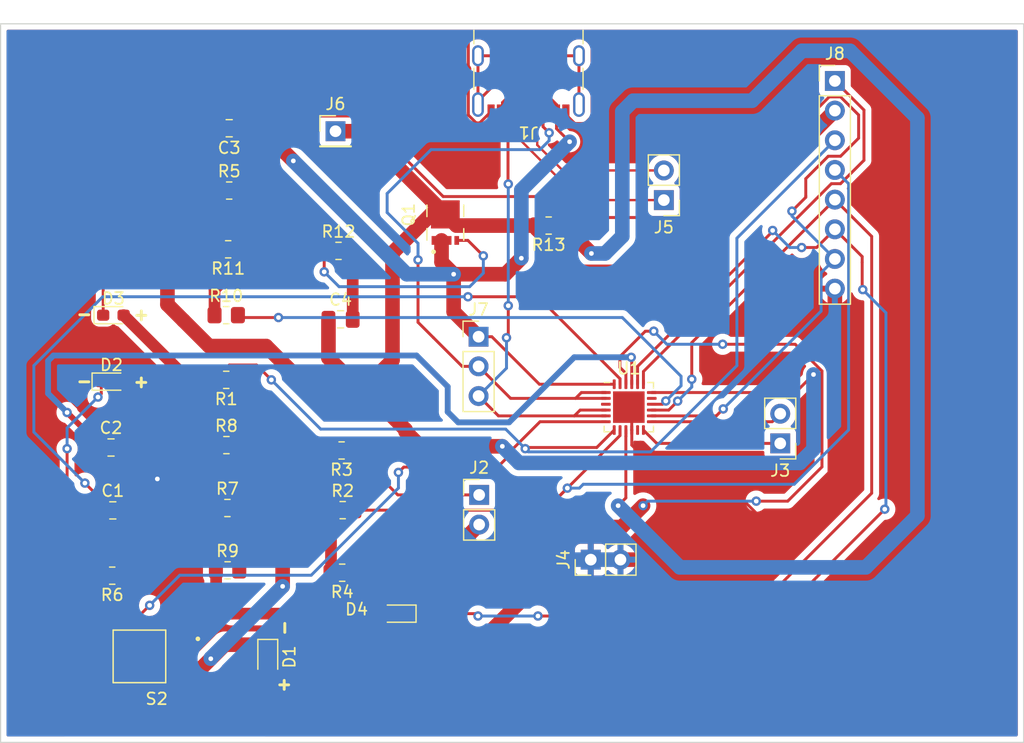
<source format=kicad_pcb>
(kicad_pcb (version 20211014) (generator pcbnew)
  (layers (0 "F.Cu" signal) (31 "B.Cu" signal) (34 "B.Paste" user) (35 "F.Paste" user) (36 "B.SilkS" user "B.Silkscreen") (37 "F.SilkS" user "F.Silkscreen") (38 "B.Mask" user) (39 "F.Mask" user) (44 "Edge.Cuts" user))
  (net 0 "")
  (net 1 "Net-(C1-Pad1)")
  (net 2 "GND")
  (net 3 "Net-(C2-Pad1)")
  (net 4 "Net-(C3-Pad1)")
  (net 5 "/VSNK_USBC")
  (net 6 "Net-(C4-Pad2)")
  (net 7 "/VDD_USBC")
  (net 8 "/POWER_OK2")
  (net 9 "Net-(D2-Pad2)")
  (net 10 "/POWER_OK3")
  (net 11 "Net-(D3-Pad2)")
  (net 12 "/GPIO")
  (net 13 "Net-(D4-Pad2)")
  (net 14 "Net-(J1-PadA5)")
  (net 15 "/D+")
  (net 16 "/D-")
  (net 18 "Net-(J1-PadB5)")
  (net 20 "unconnected-(J1-PadS1)")
  (net 21 "Net-(J2-Pad1)")
  (net 22 "Net-(J2-Pad2)")
  (net 23 "Net-(J3-Pad1)")
  (net 24 "Net-(J3-Pad2)")
  (net 25 "Net-(Q1-Pad4)")
  (net 26 "/USBC_SDA")
  (net 27 "/USBC_SCL")
  (net 28 "Net-(R5-Pad1)")
  (net 29 "Net-(R6-Pad2)")
  (net 30 "Net-(R10-Pad2)")
  (net 31 "Net-(R13-Pad1)")
  (net 35 "/alert")
  (footprint "Resistor_SMD:R_0805_2012Metric_Pad1.20x1.40mm_HandSolder" (layer "F.Cu") (at 140.8336 104.1908 180)
    (fp_text reference "R3")
    (fp_text value "100k")
  )
  (footprint "Capacitor_SMD:C_0805_2012Metric_Pad1.18x1.45mm_HandSolder" (layer "F.Cu") (at 131.2164 76.6064 180)
    (fp_text reference "C3")
    (fp_text value "1uF")
  )
  (footprint "Diode_SMD:D_SOD-323" (layer "F.Cu") (at 134.5184 121.8692 -90)
    (fp_text reference "D1")
    (fp_text value "BAT60A")
  )
  (footprint "Resistor_SMD:R_0805_2012Metric_Pad1.20x1.40mm_HandSolder" (layer "F.Cu") (at 158.5468 84.9376 180)
    (fp_text reference "R13")
    (fp_text value "1k")
  )
  (footprint "Resistor_SMD:R_0805_2012Metric_Pad1.20x1.40mm_HandSolder" (layer "F.Cu") (at 131.08 114.4524)
    (fp_text reference "R9")
    (fp_text value "1k")
  )
  (footprint "Resistor_SMD:R_0805_2012Metric_Pad1.20x1.40mm_HandSolder" (layer "F.Cu") (at 140.5685 87.1056)
    (fp_text reference "R12")
    (fp_text value "100")
  )
  (footprint "Resistor_SMD:R_0805_2012Metric_Pad1.20x1.40mm_HandSolder" (layer "F.Cu") (at 130.9624 98.1456 180)
    (fp_text reference "R1")
    (fp_text value "2.2k")
  )
  (footprint "LED_SMD:LED_0603_1608Metric_Pad1.05x0.95mm_HandSolder" (layer "F.Cu") (at 145.542 118.1608 180)
    (fp_text reference "D4")
    (fp_text value "LED")
  )
  (footprint "Connector_PinHeader_2.54mm:PinHeader_1x03_P2.54mm_Vertical" (layer "F.Cu") (at 152.5524 94.4522)
    (fp_text reference "J7")
    (fp_text value "Conn_01x03_Male")
  )
  (footprint "Connector_USB:USB_C_Receptacle_GCT_USB4105-xx-A_16P_TopMnt_Horizontal" (layer "F.Cu") (at 156.8196 71.4756 180)
    (fp_text reference "J1")
    (fp_text value "USB_C_Receptacle_USB2.0")
  )
  (footprint "Resistor_SMD:R_0805_2012Metric_Pad1.20x1.40mm_HandSolder" (layer "F.Cu") (at 121.2088 114.9096 180)
    (fp_text reference "R6")
    (fp_text value "100k")
  )
  (footprint "Resistor_SMD:R_0805_2012Metric_Pad1.20x1.40mm_HandSolder" (layer "F.Cu") (at 140.926 109.3008)
    (fp_text reference "R2")
    (fp_text value "2.2k")
  )
  (footprint "STL6P3LLH6:TRANS_STL6P3LLH6" (layer "F.Cu") (at 149.7076 84.6836 90)
    (fp_text reference "Q1")
    (fp_text value "STL6P3LLH6")
  )
  (footprint "LED_SMD:LED_0603_1608Metric_Pad1.05x0.95mm_HandSolder" (layer "F.Cu") (at 121.1466 98.298)
    (fp_text reference "D2")
    (fp_text value "LED")
  )
  (footprint "Resistor_SMD:R_0805_2012Metric_Pad1.20x1.40mm_HandSolder" (layer "F.Cu") (at 131.2164 81.9404)
    (fp_text reference "R5")
    (fp_text value "1k")
  )
  (footprint "Connector_PinHeader_2.54mm:PinHeader_1x02_P2.54mm_Vertical" (layer "F.Cu") (at 178.3588 103.5862 180)
    (fp_text reference "J3")
    (fp_text value "Conn_01x02_Male")
  )
  (footprint "Resistor_SMD:R_0805_2012Metric_Pad1.20x1.40mm_HandSolder" (layer "F.Cu") (at 131.064 109.1184)
    (fp_text reference "R7")
    (fp_text value "1k")
  )
  (footprint "Resistor_SMD:R_0805_2012Metric_Pad1.20x1.40mm_HandSolder" (layer "F.Cu") (at 140.8844 114.6556 180)
    (fp_text reference "R4")
    (fp_text value "100k")
  )
  (footprint "Resistor_SMD:R_0805_2012Metric_Pad1.20x1.40mm_HandSolder" (layer "F.Cu") (at 131.1308 86.9696 180)
    (fp_text reference "R11")
    (fp_text value "100k")
  )
  (footprint "Connector_PinHeader_2.54mm:PinHeader_1x02_P2.54mm_Vertical" (layer "F.Cu") (at 152.6032 107.9958)
    (fp_text reference "J2")
    (fp_text value "Conn_01x02_Male")
  )
  (footprint "Capacitor_SMD:C_0805_2012Metric_Pad1.18x1.45mm_HandSolder" (layer "F.Cu") (at 140.7453 92.964)
    (fp_text reference "C4")
    (fp_text value "0.1uF")
  )
  (footprint "Resistor_SMD:R_0805_2012Metric_Pad1.20x1.40mm_HandSolder" (layer "F.Cu") (at 130.9624 92.6084)
    (fp_text reference "R10")
    (fp_text value "22k")
  )
  (footprint "Connector_PinHeader_2.54mm:PinHeader_1x02_P2.54mm_Vertical" (layer "F.Cu") (at 168.402 82.7582 180)
    (fp_text reference "J5")
    (fp_text value "Conn_01x02_Male")
  )
  (footprint "Capacitor_SMD:C_0805_2012Metric_Pad1.18x1.45mm_HandSolder" (layer "F.Cu") (at 121.2596 109.3216)
    (fp_text reference "C1")
    (fp_text value "1uF")
  )
  (footprint "Connector_PinHeader_2.54mm:PinHeader_1x02_P2.54mm_Vertical" (layer "F.Cu") (at 162.1486 113.538 90)
    (fp_text reference "J4")
    (fp_text value "Conn_01x02_Male")
  )
  (footprint "Connector_PinHeader_2.54mm:PinHeader_1x01_P2.54mm_Vertical" (layer "F.Cu") (at 140.3096 76.8604)
    (fp_text reference "J6")
    (fp_text value "Conn_01x01_Female")
  )
  (footprint "TL3305AF160QG:SW_TL3305AF160QG" (layer "F.Cu") (at 123.5371 121.8184 180)
    (fp_text reference "S2")
    (fp_text value "TL3305AF160QG")
  )
  (footprint "LED_SMD:LED_0603_1608Metric_Pad1.05x0.95mm_HandSolder" (layer "F.Cu") (at 121.3104 92.6084)
    (fp_text reference "D3")
    (fp_text value "LED")
  )
  (footprint "Resistor_SMD:R_0805_2012Metric_Pad1.20x1.40mm_HandSolder" (layer "F.Cu") (at 130.9784 103.7336)
    (fp_text reference "R8")
    (fp_text value "1k")
  )
  (footprint "Connector_PinHeader_2.54mm:PinHeader_1x08_P2.54mm_Vertical" (layer "F.Cu") (at 183.0324 72.5574)
    (fp_text reference "J8")
    (fp_text value "Conn_01x08_Male")
  )
  (footprint "Capacitor_SMD:C_0805_2012Metric_Pad1.18x1.45mm_HandSolder" (layer "F.Cu") (at 121.1072 103.9368)
    (fp_text reference "C2")
    (fp_text value "1uF")
  )
  (footprint "Package_DFN_QFN:QFN-24-1EP_4x4mm_P0.5mm_EP2.7x2.7mm" (layer "F.Cu") (at 165.4048 100.4824)
    (fp_text reference "U1")
    (fp_text value "STUSB4500QTR")
  )
  (gr_rect (start 199.1868 67.6656) (end 111.6584 129.1844) (layer "Edge.Cuts") (width 0.1) (fill none))
  (gr_text "-" (at 118.8212 92.5068) (layer "F.SilkS") (effects (font (size 1 1) (thickness 0.25))))
  (gr_text "+" (at 123.698 92.5576) (layer "F.SilkS") (effects (font (size 1 1) (thickness 0.25))))
  (gr_text "+" (at 123.698 98.298) (layer "F.SilkS") (effects (font (size 1 1) (thickness 0.25))))
  (gr_text "+" (at 135.9916 124.2568 270) (layer "F.SilkS") (effects (font (size 1 1) (thickness 0.25))))
  (gr_text "-" (at 118.8212 98.2472) (layer "F.SilkS") (effects (font (size 1 1) (thickness 0.25))))
  (gr_text "-" (at 136.0424 119.38 270) (layer "F.SilkS") (effects (font (size 1 1) (thickness 0.25))))
  (segment (start 116.0272 113.5165) (end 120.2221 109.3216) (width 0.5) (layer "F.Cu") (net 1))
  (segment (start 118.872 106.9848) (end 120.2221 108.3349) (width 0.25) (layer "F.Cu") (net 1))
  (segment (start 157.6324 91.0336) (end 151.6433 91.0336) (width 0.25) (layer "F.Cu") (net 1))
  (segment (start 134.4844 122.9192) (end 130.6068 126.7968) (width 0.5) (layer "F.Cu") (net 1))
  (segment (start 164.6548 98.056) (end 157.6324 91.0336) (width 0.25) (layer "F.Cu") (net 1))
  (segment (start 134.5184 122.9192) (end 134.4844 122.9192) (width 0.5) (layer "F.Cu") (net 1))
  (segment (start 118.364 126.7968) (end 116.0272 124.46) (width 0.5) (layer "F.Cu") (net 1))
  (segment (start 120.2221 108.3349) (end 120.2221 109.3216) (width 0.25) (layer "F.Cu") (net 1))
  (segment (start 164.6548 98.5199) (end 164.6548 98.056) (width 0.25) (layer "F.Cu") (net 1))
  (segment (start 130.6068 126.7968) (end 118.364 126.7968) (width 0.5) (layer "F.Cu") (net 1))
  (segment (start 116.0272 124.46) (end 116.0272 113.5165) (width 0.5) (layer "F.Cu") (net 1))
  (via (at 118.872 106.9848) (size 0.8) (drill 0.4) (layers "F.Cu" "B.Cu") (net 1))
  (via (at 151.6433 91.0336) (size 0.8) (drill 0.4) (layers "F.Cu" "B.Cu") (net 1))
  (segment (start 114.5032 96.926028) (end 114.5032 100.9904) (width 0.25) (layer "B.Cu") (net 1))
  (segment (start 120.395628 91.0336) (end 114.5032 96.926028) (width 0.25) (layer "B.Cu") (net 1))
  (segment (start 114.5032 100.9904) (end 114.5032 102.616) (width 0.25) (layer "B.Cu") (net 1))
  (segment (start 151.6433 91.0336) (end 120.395628 91.0336) (width 0.25) (layer "B.Cu") (net 1))
  (segment (start 114.5032 102.616) (end 118.872 106.9848) (width 0.25) (layer "B.Cu") (net 1))
  (segment (start 160.782 76.2) (end 160.0196 75.4376) (width 0.25) (layer "F.Cu") (net 2))
  (segment (start 151.8412 68.7832) (end 162.2044 68.7832) (width 0.25) (layer "F.Cu") (net 2))
  (segment (start 151.6746 75.4746) (end 151.6746 68.9498) (width 0.25) (layer "F.Cu") (net 2))
  (segment (start 151.6746 68.9498) (end 151.8412 68.7832) (width 0.25) (layer "F.Cu") (net 2))
  (segment (start 162.2552 68.834) (end 162.2552 75.5904) (width 0.25) (layer "F.Cu") (net 2))
  (segment (start 125.0696 106.6292) (end 124.9895 106.6292) (width 1.25) (layer "F.Cu") (net 2))
  (segment (start 130.4036 76.3817) (end 130.4036 74.0156) (width 1) (layer "F.Cu") (net 2))
  (segment (start 152.3492 76.1492) (end 151.6746 75.4746) (width 0.25) (layer "F.Cu") (net 2))
  (segment (start 130.1789 76.6064) (end 130.4036 76.3817) (width 1) (layer "F.Cu") (net 2))
  (segment (start 117.348 88.392) (end 129.1336 76.6064) (width 1) (layer "F.Cu") (net 2))
  (segment (start 122.2971 114.8213) (end 122.2088 114.9096) (width 1) (layer "F.Cu") (net 2))
  (segment (start 167.0812 105.156) (end 171.9072 105.156) (width 0.25) (layer "F.Cu") (net 2))
  (segment (start 122.2971 109.3216) (end 122.2971 104.0892) (width 1) (layer "F.Cu") (net 2))
  (segment (start 122.2971 109.3216) (end 122.2971 114.8213) (width 1) (layer "F.Cu") (net 2))
  (segment (start 129.1336 76.6064) (end 130.1789 76.6064) (width 1) (layer "F.Cu") (net 2))
  (segment (start 153.6196 75.177326) (end 152.647726 76.1492) (width 0.25) (layer "F.Cu") (net 2))
  (segment (start 122.1447 103.855797) (end 117.348 99.059097) (width 1) (layer "F.Cu") (net 2))
  (segment (start 176.784 110.0328) (end 176.784 113.538) (width 0.25) (layer "F.Cu") (net 2))
  (segment (start 124.9895 106.6292) (end 122.2971 109.3216) (width 1.25) (layer "F.Cu") (net 2))
  (segment (start 183.0324 107.2896) (end 176.784 113.538) (width 1.25) (layer "F.Cu") (net 2))
  (segment (start 160.0196 75.4376) (end 160.0196 75.1556) (width 0.25) (layer "F.Cu") (net 2))
  (segment (start 165.6548 102.4449) (end 165.6588 102.4489) (width 0.25) (layer "F.Cu") (net 2))
  (segment (start 162.2552 75.5904) (end 161.6456 76.2) (width 0.25) (layer "F.Cu") (net 2))
  (segment (start 152.647726 76.1492) (end 152.3492 76.1492) (width 0.25) (layer "F.Cu") (net 2))
  (segment (start 122.2971 104.0892) (end 122.1447 103.9368) (width 1) (layer "F.Cu") (net 2))
  (segment (start 183.0324 90.3374) (end 183.0324 107.2896) (width 1.25) (layer "F.Cu") (net 2))
  (segment (start 165.6588 103.7336) (end 167.0812 105.156) (width 0.25) (layer "F.Cu") (net 2))
  (segment (start 130.4036 74.0156) (end 132.842 71.5772) (width 1) (layer "F.Cu") (net 2))
  (segment (start 165.6548 102.4449) (end 165.6548 100.7324) (width 0.25) (layer "F.Cu") (net 2))
  (segment (start 165.6548 100.7324) (end 165.4048 100.4824) (width 0.25) (layer "F.Cu") (net 2))
  (segment (start 161.6456 76.2) (end 160.782 76.2) (width 0.25) (layer "F.Cu") (net 2))
  (segment (start 165.6588 102.4489) (end 165.6588 103.7336) (width 0.25) (layer "F.Cu") (net 2))
  (segment (start 176.784 113.538) (end 164.6886 113.538) (width 1.25) (layer "F.Cu") (net 2))
  (segment (start 132.842 71.5772) (end 151.4348 71.5772) (width 1) (layer "F.Cu") (net 2))
  (segment (start 162.2044 68.7832) (end 162.2552 68.834) (width 0.25) (layer "F.Cu") (net 2))
  (segment (start 171.9072 105.156) (end 176.784 110.0328) (width 0.25) (layer "F.Cu") (net 2))
  (segment (start 122.1447 103.9368) (end 122.1447 103.855797) (width 1) (layer "F.Cu") (net 2))
  (segment (start 117.348 99.059097) (end 117.348 88.392) (width 1) (layer "F.Cu") (net 2))
  (segment (start 153.6196 75.1556) (end 153.6196 75.177326) (width 0.25) (layer "F.Cu") (net 2))
  (via (at 125.0696 106.6292) (size 0.8) (drill 0.4) (layers "F.Cu" "B.Cu") (net 2))
  (segment (start 153.236592 113.538) (end 149.4028 109.704208) (width 1.25) (layer "B.Cu") (net 2))
  (segment (start 162.1486 113.538) (end 153.236592 113.538) (width 1.25) (layer "B.Cu") (net 2))
  (segment (start 142.748 104.394) (end 127.3048 104.394) (width 1.25) (layer "B.Cu") (net 2))
  (segment (start 147.3708 104.394) (end 142.748 104.394) (width 1.25) (layer "B.Cu") (net 2))
  (segment (start 127.3048 104.394) (end 125.0696 106.6292) (width 1.25) (layer "B.Cu") (net 2))
  (segment (start 149.4028 106.426) (end 147.3708 104.394) (width 1.25) (layer "B.Cu") (net 2))
  (segment (start 149.4028 109.704208) (end 149.4028 106.426) (width 1.25) (layer "B.Cu") (net 2))
  (segment (start 162.1486 113.538) (end 164.6886 113.538) (width 1.25) (layer "B.Cu") (net 2))
  (segment (start 165.6548 98.5199) (end 165.6548 96.262) (width 0.25) (layer "F.Cu") (net 3))
  (segment (start 120.0697 103.6613) (end 117.348 100.9396) (width 0.5) (layer "F.Cu") (net 3))
  (segment (start 165.6548 96.262) (end 165.608 96.2152) (width 0.25) (layer "F.Cu") (net 3))
  (segment (start 120.0697 103.9368) (end 120.0697 103.6613) (width 0.5) (layer "F.Cu") (net 3))
  (via (at 165.608 96.2152) (size 0.8) (drill 0.4) (layers "F.Cu" "B.Cu") (net 3))
  (via (at 117.348 100.9396) (size 0.8) (drill 0.4) (layers "F.Cu" "B.Cu") (net 3))
  (segment (start 155.1594 101.787) (end 160.7312 96.2152) (width 0.5) (layer "B.Cu") (net 3))
  (segment (start 160.7312 96.2152) (end 165.608 96.2152) (width 0.5) (layer "B.Cu") (net 3))
  (segment (start 117.348 100.9396) (end 115.7224 99.314) (width 0.5) (layer "B.Cu") (net 3))
  (segment (start 149.9108 100.8888) (end 150.809 101.787) (width 0.5) (layer "B.Cu") (net 3))
  (segment (start 115.7224 96.52) (end 116.1796 96.0628) (width 0.5) (layer "B.Cu") (net 3))
  (segment (start 116.1796 96.0628) (end 147.244522 96.0628) (width 0.5) (layer "B.Cu") (net 3))
  (segment (start 150.809 101.787) (end 155.1594 101.787) (width 0.5) (layer "B.Cu") (net 3))
  (segment (start 147.244522 96.0628) (end 149.9108 98.729078) (width 0.5) (layer "B.Cu") (net 3))
  (segment (start 149.9108 98.729078) (end 149.9108 100.8888) (width 0.5) (layer "B.Cu") (net 3))
  (segment (start 115.7224 99.314) (end 115.7224 96.52) (width 0.5) (layer "B.Cu") (net 3))
  (segment (start 150.4188 89.1032) (end 154.8384 89.1032) (width 1.25) (layer "F.Cu") (net 4))
  (segment (start 154.4196 75.1556) (end 154.5946 74.9806) (width 0.25) (layer "F.Cu") (net 4))
  (segment (start 132.2539 76.6064) (end 133.9088 76.6064) (width 1.25) (layer "F.Cu") (net 4))
  (segment (start 158.494649 73.8556) (end 159.2196 74.580551) (width 0.25) (layer "F.Cu") (net 4))
  (segment (start 132.2539 76.6064) (end 132.2539 81.9029) (width 1.25) (layer "F.Cu") (net 4))
  (segment (start 150.4188 89.1032) (end 150.4188 92.3186) (width 1.25) (layer "F.Cu") (net 4))
  (segment (start 133.9088 76.6064) (end 136.7028 79.4004) (width 1.25) (layer "F.Cu") (net 4))
  (segment (start 132.2539 81.9029) (end 132.2164 81.9404) (width 1.25) (layer "F.Cu") (net 4))
  (segment (start 130.1308 86.826097) (end 130.1308 86.9696) (width 1) (layer "F.Cu") (net 4))
  (segment (start 159.2196 74.580551) (end 159.2196 75.1556) (width 0.25) (layer "F.Cu") (net 4))
  (segment (start 154.8384 89.1032) (end 156.21 87.7316) (width 1.25) (layer "F.Cu") (net 4))
  (segment (start 164.1548 98.5199) (end 157.7527 98.5199) (width 0.25) (layer "F.Cu") (net 4))
  (segment (start 159.2196 75.1556) (end 159.2196 76.641356) (width 0.25) (layer "F.Cu") (net 4))
  (segment (start 150.0326 86.2086) (end 149.3826 86.2086) (width 0.25) (layer "F.Cu") (net 4))
  (segment (start 132.2164 84.740497) (end 130.1308 86.826097) (width 1) (layer "F.Cu") (net 4))
  (segment (start 159.2196 76.641356) (end 160.338922 77.760678) (width 0.25) (layer "F.Cu") (net 4))
  (segment (start 157.7527 98.5199) (end 153.685 94.4522) (width 0.25) (layer "F.Cu") (net 4))
  (segment (start 132.2164 81.9404) (end 132.2164 84.740497) (width 1) (layer "F.Cu") (net 4))
  (segment (start 150.4188 92.3186) (end 152.5524 94.4522) (width 1.25) (layer "F.Cu") (net 4))
  (segment (start 149.3826 88.067) (end 150.4188 89.1032) (width 1.25) (layer "F.Cu") (net 4))
  (segment (start 153.685 94.4522) (end 152.5524 94.4522) (width 0.25) (layer "F.Cu") (net 4))
  (segment (start 155.144551 73.8556) (end 158.494649 73.8556) (width 0.25) (layer "F.Cu") (net 4))
  (segment (start 154.5946 74.9806) (end 154.5946 74.405551) (width 0.25) (layer "F.Cu") (net 4))
  (segment (start 148.7326 86.2086) (end 149.3826 86.2086) (width 0.25) (layer "F.Cu") (net 4))
  (segment (start 154.5946 74.405551) (end 155.144551 73.8556) (width 0.25) (layer "F.Cu") (net 4))
  (segment (start 149.3826 86.2086) (end 149.3826 88.067) (width 1.25) (layer "F.Cu") (net 4))
  (via (at 150.4188 89.1032) (size 0.8) (drill 0.4) (layers "F.Cu" "B.Cu") (net 4))
  (via (at 136.7028 79.4004) (size 0.8) (drill 0.4) (layers "F.Cu" "B.Cu") (net 4))
  (via (at 160.338922 77.760678) (size 0.8) (drill 0.4) (layers "F.Cu" "B.Cu") (net 4))
  (via (at 156.21 87.7316) (size 0.8) (drill 0.4) (layers "F.Cu" "B.Cu") (net 4))
  (segment (start 156.21 87.7316) (end 156.21 81.8896) (width 1.25) (layer "B.Cu") (net 4))
  (segment (start 136.7028 79.4004) (end 146.4056 89.1032) (width 1.25) (layer "B.Cu") (net 4))
  (segment (start 156.21 81.8896) (end 160.338922 77.760678) (width 1.25) (layer "B.Cu") (net 4))
  (segment (start 146.4056 89.1032) (end 150.4188 89.1032) (width 1.25) (layer "B.Cu") (net 4))
  (segment (start 145.1864 96.4692) (end 145.1864 87.2744) (width 1.25) (layer "F.Cu") (net 5))
  (segment (start 143.764 97.8916) (end 145.1864 96.4692) (width 1.25) (layer "F.Cu") (net 5))
  (segment (start 142.5844 76.8604) (end 149.7076 83.9836) (width 1.25) (layer "F.Cu") (net 5))
  (segment (start 139.7078 92.964) (end 139.7078 96.2738) (width 1.25) (layer "F.Cu") (net 5))
  (segment (start 150.6616 84.9376) (end 149.7076 83.9836) (width 1.25) (layer "F.Cu") (net 5))
  (segment (start 148.4772 83.9836) (end 149.7076 83.9836) (width 1.25) (layer "F.Cu") (net 5))
  (segment (start 169.2298 88.9) (end 183.0324 75.0974) (width 1.25) (layer "F.Cu") (net 5))
  (segment (start 157.5468 85.25788) (end 161.18892 88.9) (width 1.25) (layer "F.Cu") (net 5))
  (segment (start 157.5468 84.9376) (end 150.6616 84.9376) (width 1.25) (layer "F.Cu") (net 5))
  (segment (start 141.3256 97.8916) (end 143.764 97.8916) (width 1.25) (layer "F.Cu") (net 5))
  (segment (start 139.7078 96.2738) (end 141.3256 97.8916) (width 1.25) (layer "F.Cu") (net 5))
  (segment (start 140.3096 76.8604) (end 142.5844 76.8604) (width 1.25) (layer "F.Cu") (net 5))
  (segment (start 161.18892 88.9) (end 169.2298 88.9) (width 1.25) (layer "F.Cu") (net 5))
  (segment (start 145.1864 87.2744) (end 148.4772 83.9836) (width 1.25) (layer "F.Cu") (net 5))
  (segment (start 157.5468 84.9376) (end 157.5468 85.25788) (width 1.25) (layer "F.Cu") (net 5))
  (segment (start 141.7828 92.964) (end 141.7828 87.3199) (width 1) (layer "F.Cu") (net 6))
  (segment (start 141.7828 87.3199) (end 141.5685 87.1056) (width 1) (layer "F.Cu") (net 6))
  (segment (start 135.7884 112.8428) (end 132.064 109.1184) (width 1.25) (layer "F.Cu") (net 7))
  (segment (start 127.1371 123.3184) (end 128.3448 123.3184) (width 1.25) (layer "F.Cu") (net 7))
  (segment (start 157.0228 116.2304) (end 157.0228 112.776) (width 1.25) (layer "F.Cu") (net 7))
  (segment (start 139.926 109.3008) (end 139.926 114.614) (width 1) (layer "F.Cu") (net 7))
  (segment (start 139.8336 104.2532) (end 137.356 106.7308) (width 1) (layer "F.Cu") (net 7))
  (segment (start 178.998099 108.529901) (end 176.305699 108.529901) (width 0.25) (layer "F.Cu") (net 7))
  (segment (start 131.9784 106.7308) (end 131.9784 109.0328) (width 1) (layer "F.Cu") (net 7))
  (segment (start 166.817895 93.98) (end 164.6428 96.155095) (width 0.25) (layer "F.Cu") (net 7))
  (segment (start 132.064 109.1184) (end 132.064 114.4364) (width 1) (layer "F.Cu") (net 7))
  (segment (start 131.9784 103.7336) (end 131.9784 98.1616) (width 1) (layer "F.Cu") (net 7))
  (segment (start 173.4312 95.0976) (end 179.638105 95.0976) (width 0.25) (layer "F.Cu") (net 7))
  (segment (start 145.820202 120.8532) (end 152.4 120.8532) (width 1.25) (layer "F.Cu") (net 7))
  (segment (start 119.9371 123.3184) (end 127.1371 123.3184) (width 1.25) (layer "F.Cu") (net 7))
  (segment (start 131.9784 106.7308) (end 137.356 106.7308) (width 1) (layer "F.Cu") (net 7))
  (segment (start 179.07 108.458) (end 178.998099 108.529901) (width 0.25) (layer "F.Cu") (net 7))
  (segment (start 128.3448 123.3184) (end 129.6416 122.0216) (width 1.25) (layer "F.Cu") (net 7))
  (segment (start 165.1548 97.5908) (end 165.1548 98.5199) (width 0.25) (layer "F.Cu") (net 7))
  (segment (start 164.6428 97.0788) (end 165.1548 97.5908) (width 0.25) (layer "F.Cu") (net 7))
  (segment (start 135.7884 115.824) (end 135.7884 112.8428) (width 1.25) (layer "F.Cu") (net 7))
  (segment (start 131.9784 103.7336) (end 131.9784 106.7308) (width 1) (layer "F.Cu") (net 7))
  (segment (start 164.7952 110.744) (end 166.624 108.9152) (width 1.25) (layer "F.Cu") (net 7))
  (segment (start 181.9286 97.388095) (end 181.9286 105.5994) (width 0.25) (layer "F.Cu") (net 7))
  (segment (start 134.5184 120.8192) (end 130.844 120.8192) (width 1.25) (layer "F.Cu") (net 7))
  (segment (start 167.5384 93.98) (end 166.817895 93.98) (width 0.25) (layer "F.Cu") (net 7))
  (segment (start 134.5184 120.8192) (end 145.786202 120.8192) (width 1.25) (layer "F.Cu") (net 7))
  (segment (start 181.9286 105.5994) (end 179.07 108.458) (width 0.25) (layer "F.Cu") (net 7))
  (segment (start 132.064 114.4364) (end 132.08 114.4524) (width 1) (layer "F.Cu") (net 7))
  (segment (start 130.844 120.8192) (end 129.6416 122.0216) (width 1.25) (layer "F.Cu") (net 7))
  (segment (start 139.8336 104.1908) (end 139.8336 104.2532) (width 1) (layer "F.Cu") (net 7))
  (segment (start 145.786202 120.8192) (end 145.820202 120.8532) (width 1.25) (layer "F.Cu") (net 7))
  (segment (start 179.638105 95.0976) (end 181.9286 97.388095) (width 0.25) (layer "F.Cu") (net 7))
  (segment (start 131.9784 98.1616) (end 131.9624 98.1456) (width 1) (layer "F.Cu") (net 7))
  (segment (start 139.926 114.614) (end 139.8844 114.6556) (width 1) (layer "F.Cu") (net 7))
  (segment (start 131.9784 109.0328) (end 132.064 109.1184) (width 1) (layer "F.Cu") (net 7))
  (segment (start 159.0548 110.744) (end 164.7952 110.744) (width 1.25) (layer "F.Cu") (net 7))
  (segment (start 157.0228 112.776) (end 159.0548 110.744) (width 1.25) (layer "F.Cu") (net 7))
  (segment (start 152.4 120.8532) (end 157.0228 116.2304) (width 1.25) (layer "F.Cu") (net 7))
  (segment (start 137.356 106.7308) (end 139.926 109.3008) (width 1) (layer "F.Cu") (net 7))
  (segment (start 164.6428 96.155095) (end 164.6428 97.0788) (width 0.25) (layer "F.Cu") (net 7))
  (via (at 166.624 108.9152) (size 0.8) (drill 0.4) (layers "F.Cu" "B.Cu") (net 7))
  (via (at 176.305699 108.529901) (size 0.8) (drill 0.4) (layers "F.Cu" "B.Cu") (net 7))
  (via (at 129.6416 122.0216) (size 0.8) (drill 0.4) (layers "F.Cu" "B.Cu") (net 7))
  (via (at 135.7884 115.824) (size 0.8) (drill 0.4) (layers "F.Cu" "B.Cu") (net 7))
  (via (at 173.4312 95.0976) (size 0.8) (drill 0.4) (layers "F.Cu" "B.Cu") (net 7))
  (via (at 167.5384 93.98) (size 0.8) (drill 0.4) (layers "F.Cu" "B.Cu") (net 7))
  (segment (start 167.5384 93.98) (end 168.656 95.0976) (width 0.25) (layer "B.Cu") (net 7))
  (segment (start 129.6416 122.0216) (end 129.6416 121.9708) (width 1.25) (layer "B.Cu") (net 7))
  (segment (start 129.6416 121.9708) (end 135.7884 115.824) (width 1.25) (layer "B.Cu") (net 7))
  (segment (start 176.305699 108.529901) (end 167.009299 108.529901) (width 0.25) (layer "B.Cu") (net 7))
  (segment (start 168.656 95.0976) (end 173.4312 95.0976) (width 0.25) (layer "B.Cu") (net 7))
  (segment (start 167.009299 108.529901) (end 166.624 108.9152) (width 0.25) (layer "B.Cu") (net 7))
  (segment (start 117.8052 128.2192) (end 133.604 128.2192) (width 0.25) (layer "F.Cu") (net 8))
  (segment (start 172.7708 122.6312) (end 173.8884 122.6312) (width 0.25) (layer "F.Cu") (net 8))
  (segment (start 120.2716 99.3368) (end 119.9896 99.6188) (width 0.25) (layer "F.Cu") (net 8))
  (segment (start 133.858 127.9652) (end 139.192 122.6312) (width 0.25) (layer "F.Cu") (net 8))
  (segment (start 185.3692 88.0872) (end 185.3692 90.3732) (width 0.25) (layer "F.Cu") (net 8))
  (segment (start 166.1548 98.5199) (end 166.1548 96.9892) (width 0.25) (layer "F.Cu") (net 8))
  (segment (start 114.7572 125.1712) (end 117.8052 128.2192) (width 0.25) (layer "F.Cu") (net 8))
  (segment (start 120.2716 98.298) (end 120.2716 99.3368) (width 0.25) (layer "F.Cu") (net 8))
  (segment (start 114.7572 124.5108) (end 114.7572 125.1712) (width 0.25) (layer "F.Cu") (net 8))
  (segment (start 133.604 128.2192) (end 133.858 127.9652) (width 0.25) (layer "F.Cu") (net 8))
  (segment (start 117.348 109.8804) (end 115.3668 111.8616) (width 0.25) (layer "F.Cu") (net 8))
  (segment (start 183.0324 85.2574) (end 185.3692 87.5942) (width 0.25) (layer "F.Cu") (net 8))
  (segment (start 181.4726 86.8172) (end 183.0324 85.2574) (width 0.25) (layer "F.Cu") (net 8))
  (segment (start 117.348 104.0384) (end 117.348 109.8804) (width 0.25) (layer "F.Cu") (net 8))
  (segment (start 177.70895 85.43505) (end 177.70895 85.35455) (width 0.25) (layer "F.Cu") (net 8))
  (segment (start 114.7572 112.4712) (end 114.7572 124.5108) (width 0.25) (layer "F.Cu") (net 8))
  (segment (start 139.192 122.6312) (end 172.7708 122.6312) (width 0.25) (layer "F.Cu") (net 8))
  (segment (start 171.6532 91.4908) (end 177.70895 85.43505) (width 0.25) (layer "F.Cu") (net 8))
  (segment (start 115.3668 111.8616) (end 114.7572 112.4712) (width 0.25) (layer "F.Cu") (net 8))
  (segment (start 180.1876 86.8172) (end 181.4726 86.8172) (width 0.25) (layer "F.Cu") (net 8))
  (segment (start 173.8884 122.6312) (end 187.2996 109.22) (width 0.25) (layer "F.Cu") (net 8))
  (segment (start 185.3692 90.3732) (end 185.42 90.424) (width 0.25) (layer "F.Cu") (net 8))
  (segment (start 166.1548 96.9892) (end 171.6532 91.4908) (width 0.25) (layer "F.Cu") (net 8))
  (segment (start 185.3692 87.5942) (end 185.3692 88.0872) (width 0.25) (layer "F.Cu") (net 8))
  (via (at 119.9896 99.6188) (size 0.8) (drill 0.4) (layers "F.Cu" "B.Cu") (net 8))
  (via (at 117.348 104.0384) (size 0.8) (drill 0.4) (layers "F.Cu" "B.Cu") (net 8))
  (via (at 180.1876 86.8172) (size 0.8) (drill 0.4) (layers "F.Cu" "B.Cu") (net 8))
  (via (at 185.42 90.424) (size 0.8) (drill 0.4) (layers "F.Cu" "B.Cu") (net 8))
  (via (at 187.2996 109.22) (size 0.8) (drill 0.4) (layers "F.Cu" "B.Cu") (net 8))
  (via (at 177.70895 85.35455) (size 0.8) (drill 0.4) (layers "F.Cu" "B.Cu") (net 8))
  (segment (start 179.1716 86.8172) (end 180.1876 86.8172) (width 0.25) (layer "B.Cu") (net 8))
  (segment (start 185.42 90.424) (end 187.4012 92.4052) (width 0.25) (layer "B.Cu") (net 8))
  (segment (start 117.348 102.2604) (end 117.348 104.0384) (width 0.25) (layer "B.Cu") (net 8))
  (segment (start 187.4012 92.4052) (end 187.4012 109.1184) (width 0.25) (layer "B.Cu") (net 8))
  (segment (start 187.4012 109.1184) (end 187.2996 109.22) (width 0.25) (layer "B.Cu") (net 8))
  (segment (start 119.9896 99.6188) (end 117.348 102.2604) (width 0.25) (layer "B.Cu") (net 8))
  (segment (start 177.70895 85.35455) (end 179.1716 86.8172) (width 0.25) (layer "B.Cu") (net 8))
  (segment (start 130.064 106.3404) (end 122.0216 98.298) (width 1) (layer "F.Cu") (net 9))
  (segment (start 130.064 109.1184) (end 130.064 106.3404) (width 1) (layer "F.Cu") (net 9))
  (segment (start 180.5432 80.9244) (end 180.5432 82.3976) (width 0.25) (layer "F.Cu") (net 10))
  (segment (start 183.519101 73.9224) (end 185.0644 75.467699) (width 0.25) (layer "F.Cu") (net 10))
  (segment (start 131.3039 79.239727) (end 131.3039 75.930727) (width 0.25) (layer "F.Cu") (net 10))
  (segment (start 120.4354 92.6084) (end 120.4354 90.108227) (width 0.25) (layer "F.Cu") (net 10))
  (segment (start 160.4718 84.249427) (end 172.218672 84.249427) (width 0.25) (layer "F.Cu") (net 10))
  (segment (start 172.218672 84.249427) (end 182.545699 73.9224) (width 0.25) (layer "F.Cu") (net 10))
  (segment (start 131.678227 75.5564) (end 142.623902 75.5564) (width 0.25) (layer "F.Cu") (net 10))
  (segment (start 149.521102 82.4536) (end 158.675973 82.4536) (width 0.25) (layer "F.Cu") (net 10))
  (segment (start 167.3673 101.2324) (end 172.8844 101.2324) (width 0.25) (layer "F.Cu") (net 10))
  (segment (start 158.675973 82.4536) (end 160.4718 84.249427) (width 0.25) (layer "F.Cu") (net 10))
  (segment (start 172.8844 101.2324) (end 173.482 100.6348) (width 0.25) (layer "F.Cu") (net 10))
  (segment (start 182.545699 73.9224) (end 183.519101 73.9224) (width 0.25) (layer "F.Cu") (net 10))
  (segment (start 180.5432 82.3976) (end 180.5432 82.5203) (width 0.25) (layer "F.Cu") (net 10))
  (segment (start 182.4652 79.0024) (end 180.5432 80.9244) (width 0.25) (layer "F.Cu") (net 10))
  (segment (start 183.519101 79.0024) (end 182.4652 79.0024) (width 0.25) (layer "F.Cu") (net 10))
  (segment (start 131.3039 75.930727) (end 131.678227 75.5564) (width 0.25) (layer "F.Cu") (net 10))
  (segment (start 120.4354 90.108227) (end 131.3039 79.239727) (width 0.25) (layer "F.Cu") (net 10))
  (segment (start 185.0644 77.457101) (end 183.519101 79.0024) (width 0.25) (layer "F.Cu") (net 10))
  (segment (start 180.5432 82.5203) (end 179.35995 83.70355) (width 0.25) (layer "F.Cu") (net 10))
  (segment (start 185.0644 75.467699) (end 185.0644 77.457101) (width 0.25) (layer "F.Cu") (net 10))
  (segment (start 142.623902 75.5564) (end 149.521102 82.4536) (width 0.25) (layer "F.Cu") (net 10))
  (via (at 179.35995 83.70355) (size 0.8) (drill 0.4) (layers "F.Cu" "B.Cu") (net 10))
  (via (at 173.482 100.6348) (size 0.8) (drill 0.4) (layers "F.Cu" "B.Cu") (net 10))
  (segment (start 173.482 100.6348) (end 181.8574 92.2594) (width 0.25) (layer "B.Cu") (net 10))
  (segment (start 181.8574 92.2594) (end 181.8574 88.9724) (width 0.25) (layer "B.Cu") (net 10))
  (segment (start 179.35995 83.70355) (end 179.35995 84.12495) (width 0.25) (layer "B.Cu") (net 10))
  (segment (start 179.35995 84.12495) (end 183.0324 87.7974) (width 0.25) (layer "B.Cu") (net 10))
  (segment (start 181.8574 88.9724) (end 183.0324 87.7974) (width 0.25) (layer "B.Cu") (net 10))
  (segment (start 129.9784 100.4014) (end 122.1854 92.6084) (width 1) (layer "F.Cu") (net 11))
  (segment (start 129.9784 103.7336) (end 129.9784 100.4014) (width 1) (layer "F.Cu") (net 11))
  (segment (start 186.182 107.8484) (end 186.182 85.867) (width 0.25) (layer "F.Cu") (net 12))
  (segment (start 168.818265 100.7324) (end 167.3673 100.7324) (width 0.25) (layer "F.Cu") (net 12))
  (segment (start 175.6664 118.364) (end 186.182 107.8484) (width 0.25) (layer "F.Cu") (net 12))
  (segment (start 186.182 85.867) (end 183.0324 82.7174) (width 0.25) (layer "F.Cu") (net 12))
  (segment (start 170.7896 94.9602) (end 170.7896 98.0948) (width 0.25) (layer "F.Cu") (net 12))
  (segment (start 169.58375 99.966209) (end 169.29346 100.256499) (width 0.25) (layer "F.Cu") (net 12))
  (segment (start 169.29346 100.256499) (end 169.29346 100.257205) (width 0.25) (layer "F.Cu") (net 12))
  (segment (start 183.0324 82.7174) (end 170.7896 94.9602) (width 0.25) (layer "F.Cu") (net 12))
  (segment (start 169.29346 100.257205) (end 168.818265 100.7324) (width 0.25) (layer "F.Cu") (net 12))
  (segment (start 152.2984 118.1608) (end 152.5016 118.364) (width 0.25) (layer "F.Cu") (net 12))
  (segment (start 146.417 118.1608) (end 152.2984 118.1608) (width 0.25) (layer "F.Cu") (net 12))
  (segment (start 157.6324 118.364) (end 175.6664 118.364) (width 0.25) (layer "F.Cu") (net 12))
  (via (at 157.6324 118.364) (size 0.8) (drill 0.4) (layers "F.Cu" "B.Cu") (net 12))
  (via (at 152.5016 118.364) (size 0.8) (drill 0.4) (layers "F.Cu" "B.Cu") (net 12))
  (via (at 170.7896 98.0948) (size 0.8) (drill 0.4) (layers "F.Cu" "B.Cu") (net 12))
  (via (at 169.58375 99.966209) (size 0.8) (drill 0.4) (layers "F.Cu" "B.Cu") (net 12))
  (segment (start 152.5016 118.364) (end 157.6324 118.364) (width 0.25) (layer "B.Cu") (net 12))
  (segment (start 170.7896 98.760359) (end 170.7896 98.0948) (width 0.25) (layer "B.Cu") (net 12))
  (segment (start 169.58375 99.966209) (end 170.7896 98.760359) (width 0.25) (layer "B.Cu") (net 12))
  (segment (start 130.08 114.4524) (end 130.0988 114.4712) (width 1) (layer "F.Cu") (net 13))
  (segment (start 130.0988 114.4712) (end 130.0988 116.84) (width 1) (layer "F.Cu") (net 13))
  (segment (start 131.4196 118.1608) (end 144.667 118.1608) (width 1) (layer "F.Cu") (net 13))
  (segment (start 130.0988 116.84) (end 131.4196 118.1608) (width 1) (layer "F.Cu") (net 13))
  (segment (start 148.6916 94.5388) (end 147.3708 93.218) (width 0.25) (layer "F.Cu") (net 14))
  (segment (start 160.8448 99.7324) (end 155.2926 99.7324) (width 0.25) (layer "F.Cu") (net 14))
  (segment (start 163.4423 99.2324) (end 161.3448 99.2324) (width 0.25) (layer "F.Cu") (net 14))
  (segment (start 151.145 96.9922) (end 148.6916 94.5388) (width 0.25) (layer "F.Cu") (net 14))
  (segment (start 161.3448 99.2324) (end 160.8448 99.7324) (width 0.25) (layer "F.Cu") (net 14))
  (segment (start 158.0696 76.477766) (end 158.587833 76.995999) (width 0.25) (layer "F.Cu") (net 14))
  (segment (start 163.4423 99.7324) (end 160.8448 99.7324) (width 0.25) (layer "F.Cu") (net 14))
  (segment (start 147.3708 93.218) (end 147.3708 87.8787) (width 0.25) (layer "F.Cu") (net 14))
  (segment (start 155.2926 99.7324) (end 152.5524 96.9922) (width 0.25) (layer "F.Cu") (net 14))
  (segment (start 152.5524 96.9922) (end 151.145 96.9922) (width 0.25) (layer "F.Cu") (net 14))
  (segment (start 158.0696 75.1556) (end 158.0696 76.477766) (width 0.25) (layer "F.Cu") (net 14))
  (via (at 158.587833 76.995999) (size 0.8) (drill 0.4) (layers "F.Cu" "B.Cu") (net 14))
  (via (at 147.3708 87.8787) (size 0.8) (drill 0.4) (layers "F.Cu" "B.Cu") (net 14))
  (segment (start 158.587833 76.995999) (end 158.587833 77.660996) (width 0.25) (layer "B.Cu") (net 14))
  (segment (start 157.813629 78.4352) (end 148.4884 78.4352) (width 0.25) (layer "B.Cu") (net 14))
  (segment (start 147.3708 86.4616) (end 147.3708 87.8787) (width 0.25) (layer "B.Cu") (net 14))
  (segment (start 144.7292 83.82) (end 147.3708 86.4616) (width 0.25) (layer "B.Cu") (net 14))
  (segment (start 158.587833 77.660996) (end 157.813629 78.4352) (width 0.25) (layer "B.Cu") (net 14))
  (segment (start 148.4884 78.4352) (end 144.7292 82.1944) (width 0.25) (layer "B.Cu") (net 14))
  (segment (start 144.7292 82.1944) (end 144.7292 83.82) (width 0.25) (layer "B.Cu") (net 14))
  (segment (start 156.0696 74.3306) (end 156.0696 75.1556) (width 0.2) (layer "F.Cu") (net 15))
  (segment (start 157.0696 75.1556) (end 157.0696 74.3306) (width 0.2) (layer "F.Cu") (net 15))
  (segment (start 157.0196 74.2806) (end 156.1196 74.2806) (width 0.2) (layer "F.Cu") (net 15))
  (segment (start 156.1196 74.2806) (end 156.0696 74.3306) (width 0.2) (layer "F.Cu") (net 15))
  (segment (start 157.0696 74.3306) (end 157.0196 74.2806) (width 0.2) (layer "F.Cu") (net 15))
  (segment (start 156.0696 75.1556) (end 156.0696 77.561451) (width 0.2) (layer "F.Cu") (net 15))
  (segment (start 161.266349 82.7582) (end 168.402 82.7582) (width 0.2) (layer "F.Cu") (net 15))
  (segment (start 156.0696 77.561451) (end 161.266349 82.7582) (width 0.2) (layer "F.Cu") (net 15))
  (segment (start 157.5696 75.9806) (end 157.5196 76.0306) (width 0.2) (layer "F.Cu") (net 16))
  (segment (start 159.749382 80.2182) (end 157.5696 78.038418) (width 0.2) (layer "F.Cu") (net 16))
  (segment (start 157.5696 78.038418) (end 157.5696 75.9806) (width 0.2) (layer "F.Cu") (net 16))
  (segment (start 156.6196 76.0306) (end 156.5696 75.9806) (width 0.2) (layer "F.Cu") (net 16))
  (segment (start 156.5696 75.9806) (end 156.5696 75.1556) (width 0.2) (layer "F.Cu") (net 16))
  (segment (start 157.5696 75.1556) (end 157.5696 75.9806) (width 0.2) (layer "F.Cu") (net 16))
  (segment (start 168.402 80.2182) (end 159.749382 80.2182) (width 0.2) (layer "F.Cu") (net 16))
  (segment (start 157.5196 76.0306) (end 156.6196 76.0306) (width 0.2) (layer "F.Cu") (net 16))
  (segment (start 161.2432 100.7324) (end 160.7432 101.2324) (width 0.25) (layer "F.Cu") (net 18))
  (segment (start 160.7432 101.2324) (end 154.2526 101.2324) (width 0.25) (layer "F.Cu") (net 18))
  (segment (start 155.0696 81.3588) (end 155.0924 81.3816) (width 0.25) (layer "F.Cu") (net 18))
  (segment (start 155.0924 94.3864) (end 154.94 94.5388) (width 0.25) (layer "F.Cu") (net 18))
  (segment (start 154.2526 101.2324) (end 152.5524 99.5322) (width 0.25) (layer "F.Cu") (net 18))
  (segment (start 163.4423 100.7324) (end 161.2432 100.7324) (width 0.25) (layer "F.Cu") (net 18))
  (segment (start 155.0924 91.7956) (end 155.0924 94.3864) (width 0.25) (layer "F.Cu") (net 18))
  (segment (start 163.4423 101.2324) (end 160.7432 101.2324) (width 0.25) (layer "F.Cu") (net 18))
  (segment (start 155.0696 75.1556) (end 155.0696 81.3588) (width 0.25) (layer "F.Cu") (net 18))
  (via (at 154.94 94.5388) (size 0.8) (drill 0.4) (layers "F.Cu" "B.Cu") (net 18))
  (via (at 155.0924 91.7956) (size 0.8) (drill 0.4) (layers "F.Cu" "B.Cu") (net 18))
  (via (at 155.0924 81.3816) (size 0.8) (drill 0.4) (layers "F.Cu" "B.Cu") (net 18))
  (segment (start 154.94 94.5388) (end 154.94 97.1446) (width 0.25) (layer "B.Cu") (net 18))
  (segment (start 154.94 97.1446) (end 152.5524 99.5322) (width 0.25) (layer "B.Cu") (net 18))
  (segment (start 155.0924 81.3816) (end 155.0924 91.7956) (width 0.25) (layer "B.Cu") (net 18))
  (segment (start 158.9106 70.4006) (end 161.1396 70.4006) (width 0.25) (layer "F.Cu") (net 20))
  (segment (start 152.4996 74.5806) (end 152.4996 74.2806) (width 0.25) (layer "F.Cu") (net 20))
  (segment (start 152.4996 70.4006) (end 152.4996 74.5806) (width 0.25) (layer "F.Cu") (net 20))
  (segment (start 152.4996 70.4006) (end 158.9106 70.4006) (width 0.25) (layer "F.Cu") (net 20))
  (segment (start 152.4996 74.2806) (end 156.3796 70.4006) (width 0.25) (layer "F.Cu") (net 20))
  (segment (start 161.1396 74.5806) (end 161.1396 70.4006) (width 0.25) (layer "F.Cu") (net 20))
  (segment (start 156.3796 70.4006) (end 158.9106 70.4006) (width 0.25) (layer "F.Cu") (net 20))
  (segment (start 152.6032 107.9958) (end 145.6386 107.9958) (width 0.25) (layer "F.Cu") (net 21))
  (segment (start 145.6386 107.9958) (end 141.8336 104.1908) (width 0.25) (layer "F.Cu") (net 21))
  (segment (start 141.8844 114.6556) (end 148.4834 114.6556) (width 1.25) (layer "F.Cu") (net 22))
  (segment (start 148.4834 114.6556) (end 152.6032 110.5358) (width 1.25) (layer "F.Cu") (net 22))
  (segment (start 178.3588 103.5862) (end 167.7961 103.5862) (width 0.25) (layer "F.Cu") (net 23))
  (segment (start 167.7961 103.5862) (end 166.6548 102.4449) (width 0.25) (layer "F.Cu") (net 23))
  (segment (start 177.6726 101.7324) (end 178.3588 101.0462) (width 0.25) (layer "F.Cu") (net 24))
  (segment (start 167.3673 101.7324) (end 177.6726 101.7324) (width 0.25) (layer "F.Cu") (net 24))
  (segment (start 132.1308 88.2396) (end 129.9624 90.408) (width 1) (layer "F.Cu") (net 25))
  (segment (start 139.4325 86.9696) (end 139.5685 87.1056) (width 1) (layer "F.Cu") (net 25))
  (segment (start 139.3444 88.9) (end 139.3444 87.3297) (width 0.25) (layer "F.Cu") (net 25))
  (segment (start 129.9624 90.408) (end 129.9624 92.6084) (width 1) (layer "F.Cu") (net 25))
  (segment (start 151.639 86.2086) (end 152.9588 87.5284) (width 0.25) (layer "F.Cu") (net 25))
  (segment (start 132.1308 86.9696) (end 139.4325 86.9696) (width 1) (layer "F.Cu") (net 25))
  (segment (start 150.6826 86.2086) (end 151.639 86.2086) (width 0.25) (layer "F.Cu") (net 25))
  (segment (start 132.1308 86.9696) (end 132.1308 88.2396) (width 1) (layer "F.Cu") (net 25))
  (segment (start 139.3444 87.3297) (end 139.5685 87.1056) (width 0.25) (layer "F.Cu") (net 25))
  (via (at 152.9588 87.5284) (size 0.8) (drill 0.4) (layers "F.Cu" "B.Cu") (net 25))
  (via (at 139.3444 88.9) (size 0.8) (drill 0.4) (layers "F.Cu" "B.Cu") (net 25))
  (segment (start 140.6144 90.17) (end 139.3444 88.9) (width 0.25) (layer "B.Cu") (net 25))
  (segment (start 152.9588 87.5284) (end 152.9588 89.0016) (width 0.25) (layer "B.Cu") (net 25))
  (segment (start 151.7904 90.17) (end 140.6144 90.17) (width 0.25) (layer "B.Cu") (net 25))
  (segment (start 152.9588 89.0016) (end 151.7904 90.17) (width 0.25) (layer "B.Cu") (net 25))
  (segment (start 131.2324 96.8756) (end 133.5532 96.8756) (width 0.25) (layer "F.Cu") (net 26))
  (segment (start 156.642353 103.9368) (end 162.6629 103.9368) (width 0.25) (layer "F.Cu") (net 26))
  (segment (start 162.6629 103.9368) (end 164.1548 102.4449) (width 0.25) (layer "F.Cu") (net 26))
  (segment (start 129.9624 98.1456) (end 131.2324 96.8756) (width 0.25) (layer "F.Cu") (net 26))
  (segment (start 156.542453 104.0367) (end 156.642353 103.9368) (width 0.25) (layer "F.Cu") (net 26))
  (segment (start 133.5532 96.8756) (end 134.8232 98.1456) (width 0.25) (layer "F.Cu") (net 26))
  (via (at 134.8232 98.1456) (size 0.8) (drill 0.4) (layers "F.Cu" "B.Cu") (net 26))
  (via (at 156.542453 104.0367) (size 0.8) (drill 0.4) (layers "F.Cu" "B.Cu") (net 26))
  (segment (start 174.6504 96.9264) (end 174.6504 86.0194) (width 0.25) (layer "B.Cu") (net 26))
  (segment (start 154.867753 102.362) (end 139.0396 102.362) (width 0.25) (layer "B.Cu") (net 26))
  (segment (start 156.816953 104.3112) (end 167.2656 104.3112) (width 0.25) (layer "B.Cu") (net 26))
  (segment (start 156.542453 104.0367) (end 156.816953 104.3112) (width 0.25) (layer "B.Cu") (net 26))
  (segment (start 156.542453 104.0367) (end 154.867753 102.362) (width 0.25) (layer "B.Cu") (net 26))
  (segment (start 139.0396 102.362) (end 134.8232 98.1456) (width 0.25) (layer "B.Cu") (net 26))
  (segment (start 174.6504 86.0194) (end 183.0324 77.6374) (width 0.25) (layer "B.Cu") (net 26))
  (segment (start 167.2656 104.3112) (end 174.6504 96.9264) (width 0.25) (layer "B.Cu") (net 26))
  (segment (start 158.259408 109.3008) (end 141.926 109.3008) (width 0.25) (layer "F.Cu") (net 27))
  (segment (start 160.145304 107.414904) (end 158.259408 109.3008) (width 0.25) (layer "F.Cu") (net 27))
  (segment (start 164.6548 102.905408) (end 158.259408 109.3008) (width 0.25) (layer "F.Cu") (net 27))
  (segment (start 164.6548 102.4449) (end 164.6548 102.905408) (width 0.25) (layer "F.Cu") (net 27))
  (via (at 160.145304 107.414904) (size 0.8) (drill 0.4) (layers "F.Cu" "B.Cu") (net 27))
  (segment (start 161.173896 107.414904) (end 161.5024 107.0864) (width 0.25) (layer "B.Cu") (net 27))
  (segment (start 161.5024 107.0864) (end 179.552102 107.0864) (width 0.25) (layer "B.Cu") (net 27))
  (segment (start 179.552102 107.0864) (end 184.2074 102.431102) (width 0.25) (layer "B.Cu") (net 27))
  (segment (start 160.145304 107.414904) (end 161.173896 107.414904) (width 0.25) (layer "B.Cu") (net 27))
  (segment (start 184.2074 102.431102) (end 184.2074 81.3524) (width 0.25) (layer "B.Cu") (net 27))
  (segment (start 184.2074 81.3524) (end 183.0324 80.1774) (width 0.25) (layer "B.Cu") (net 27))
  (segment (start 138.176 99.06) (end 139.1412 100.0252) (width 1.25) (layer "F.Cu") (net 28))
  (segment (start 167.3673 99.2324) (end 179.6596 99.2324) (width 0.25) (layer "F.Cu") (net 28))
  (segment (start 125.9332 91.694) (end 127.3048 93.0656) (width 1.25) (layer "F.Cu") (net 28))
  (segment (start 134.366 95.25) (end 138.176 99.06) (width 1.25) (layer "F.Cu") (net 28))
  (segment (start 146.304 102.4128) (end 146.304 102.5652) (width 1.25) (layer "F.Cu") (net 28))
  (segment (start 127.3048 93.0656) (end 129.4892 95.25) (width 1.25) (layer "F.Cu") (net 28))
  (segment (start 139.1412 100.0252) (end 143.9164 100.0252) (width 1.25) (layer "F.Cu") (net 28))
  (segment (start 130.2164 81.9404) (end 130.2164 82.026) (width 1.25) (layer "F.Cu") (net 28))
  (segment (start 129.4892 95.25) (end 131.318 95.25) (width 1.25) (layer "F.Cu") (net 28))
  (segment (start 146.304 102.5652) (end 147.574 103.8352) (width 1.25) (layer "F.Cu") (net 28))
  (segment (start 179.6596 99.2324) (end 181.2036 97.6884) (width 0.25) (layer "F.Cu") (net 28))
  (segment (start 131.318 95.25) (end 134.366 95.25) (width 1.25) (layer "F.Cu") (net 28))
  (segment (start 130.2164 82.026) (end 125.9332 86.3092) (width 1.25) (layer "F.Cu") (net 28))
  (segment (start 125.9332 86.3092) (end 125.9332 91.694) (width 1.25) (layer "F.Cu") (net 28))
  (segment (start 147.574 103.8352) (end 154.5844 103.8352) (width 1.25) (layer "F.Cu") (net 28))
  (segment (start 143.9164 100.0252) (end 146.304 102.4128) (width 1.25) (layer "F.Cu") (net 28))
  (via (at 181.2036 97.6884) (size 0.8) (drill 0.4) (layers "F.Cu" "B.Cu") (net 28))
  (via (at 154.5844 103.8352) (size 0.8) (drill 0.4) (layers "F.Cu" "B.Cu") (net 28))
  (segment (start 154.5844 103.8352) (end 156.0104 105.2612) (width 1.25) (layer "B.Cu") (net 28))
  (segment (start 156.0104 105.2612) (end 180.0338 105.2612) (width 1.25) (layer "B.Cu") (net 28))
  (segment (start 180.0338 105.2612) (end 181.2036 104.0914) (width 1.25) (layer "B.Cu") (net 28))
  (segment (start 181.2036 104.0914) (end 181.2036 97.6884) (width 1.25) (layer "B.Cu") (net 28))
  (segment (start 146.1516 105.6132) (end 145.6944 106.0704) (width 0.25) (layer "F.Cu") (net 29))
  (segment (start 154.178 105.6132) (end 146.5072 105.6132) (width 0.25) (layer "F.Cu") (net 29))
  (segment (start 124.4092 117.4496) (end 121.5404 120.3184) (width 0.25) (layer "F.Cu") (net 29))
  (segment (start 155.5496 103.9876) (end 155.5496 104.2416) (width 0.25) (layer "F.Cu") (net 29))
  (segment (start 119.9371 120.3184) (end 119.9371 115.1813) (width 1.25) (layer "F.Cu") (net 29))
  (segment (start 121.5404 120.3184) (end 119.9371 120.3184) (width 0.25) (layer "F.Cu") (net 29))
  (segment (start 157.8048 101.7324) (end 155.5496 103.9876) (width 0.25) (layer "F.Cu") (net 29))
  (segment (start 155.5496 104.2416) (end 154.178 105.6132) (width 0.25) (layer "F.Cu") (net 29))
  (segment (start 127.1371 120.3184) (end 119.9371 120.3184) (width 1.25) (layer "F.Cu") (net 29))
  (segment (start 119.9371 115.1813) (end 120.2088 114.9096) (width 1.25) (layer "F.Cu") (net 29))
  (segment (start 163.4423 101.7324) (end 157.8048 101.7324) (width 0.25) (layer "F.Cu") (net 29))
  (segment (start 146.5072 105.6132) (end 146.1516 105.6132) (width 0.25) (layer "F.Cu") (net 29))
  (via (at 124.4092 117.4496) (size 0.8) (drill 0.4) (layers "F.Cu" "B.Cu") (net 29))
  (via (at 145.6944 106.0704) (size 0.8) (drill 0.4) (layers "F.Cu" "B.Cu") (net 29))
  (segment (start 126.9848 114.874) (end 124.4092 117.4496) (width 0.25) (layer "B.Cu") (net 29))
  (segment (start 138.230781 114.874) (end 126.9848 114.874) (width 0.25) (layer "B.Cu") (net 29))
  (segment (start 145.6944 106.0704) (end 145.6944 107.410381) (width 0.25) (layer "B.Cu") (net 29))
  (segment (start 145.6944 107.410381) (end 138.230781 114.874) (width 0.25) (layer "B.Cu") (net 29))
  (segment (start 168.56846 99.9569) (end 168.29296 100.2324) (width 0.25) (layer "F.Cu") (net 30))
  (segment (start 168.29296 100.2324) (end 167.3673 100.2324) (width 0.25) (layer "F.Cu") (net 30))
  (segment (start 135.4328 92.8116) (end 132.1656 92.8116) (width 0.25) (layer "F.Cu") (net 30))
  (segment (start 132.1656 92.8116) (end 131.9624 92.6084) (width 0.25) (layer "F.Cu") (net 30))
  (via (at 168.56846 99.9569) (size 0.8) (drill 0.4) (layers "F.Cu" "B.Cu") (net 30))
  (via (at 135.4328 92.8116) (size 0.8) (drill 0.4) (layers "F.Cu" "B.Cu") (net 30))
  (segment (start 168.56846 99.9569) (end 169.8752 98.65016) (width 0.25) (layer "B.Cu") (net 30))
  (segment (start 169.8752 98.65016) (end 169.8752 97.8408) (width 0.25) (layer "B.Cu") (net 30))
  (segment (start 169.8752 97.8408) (end 164.846 92.8116) (width 0.25) (layer "B.Cu") (net 30))
  (segment (start 164.846 92.8116) (end 135.4328 92.8116) (width 0.25) (layer "B.Cu") (net 30))
  (segment (start 165.1508 108.2548) (end 164.4904 108.9152) (width 0.25) (layer "F.Cu") (net 31))
  (segment (start 159.8168 84.9376) (end 162.2044 87.3252) (width 1.25) (layer "F.Cu") (net 31))
  (segment (start 165.1548 102.9684) (end 165.1508 102.9724) (width 0.25) (layer "F.Cu") (net 31))
  (segment (start 165.1548 102.4449) (end 165.1548 102.9684) (width 0.25) (layer "F.Cu") (net 31))
  (segment (start 159.5468 84.9376) (end 159.8168 84.9376) (width 1.25) (layer "F.Cu") (net 31))
  (segment (start 165.1508 102.9724) (end 165.1508 108.2548) (width 0.25) (layer "F.Cu") (net 31))
  (via (at 164.4904 108.9152) (size 0.8) (drill 0.4) (layers "F.Cu" "B.Cu") (net 31))
  (via (at 162.2044 87.3252) (size 0.8) (drill 0.4) (layers "F.Cu" "B.Cu") (net 31))
  (segment (start 190.0936 75.7428) (end 190.0936 109.7788) (width 1.25) (layer "B.Cu") (net 31))
  (segment (start 190.0936 109.7788) (end 185.674 114.1984) (width 1.25) (layer "B.Cu") (net 31))
  (segment (start 164.846 75.184) (end 165.780453 74.249547) (width 1.25) (layer "B.Cu") (net 31))
  (segment (start 175.940453 74.249547) (end 180.213209 69.976791) (width 1.25) (layer "B.Cu") (net 31))
  (segment (start 165.780453 74.249547) (end 175.940453 74.249547) (width 1.25) (layer "B.Cu") (net 31))
  (segment (start 164.846 85.852) (end 164.846 75.184) (width 1.25) (layer "B.Cu") (net 31))
  (segment (start 180.213209 69.976791) (end 184.327591 69.976791) (width 1.25) (layer "B.Cu") (net 31))
  (segment (start 185.674 114.1984) (end 169.7736 114.1984) (width 1.25) (layer "B.Cu") (net 31))
  (segment (start 184.327591 69.976791) (end 190.0936 75.7428) (width 1.25) (layer "B.Cu") (net 31))
  (segment (start 169.7736 114.1984) (end 164.4904 108.9152) (width 1.25) (layer "B.Cu") (net 31))
  (segment (start 162.2044 87.3252) (end 163.3728 87.3252) (width 1.25) (layer "B.Cu") (net 31))
  (segment (start 163.3728 87.3252) (end 164.846 85.852) (width 1.25) (layer "B.Cu") (net 31))
  (segment (start 166.6548 98.5199) (end 166.6548 97.433299) (width 0.25) (layer "F.Cu") (net 35))
  (segment (start 185.5216 79.349901) (end 185.5216 75.0466) (width 0.25) (layer "F.Cu") (net 35))
  (segment (start 182.735699 81.3524) (end 183.519101 81.3524) (width 0.25) (layer "F.Cu") (net 35))
  (segment (start 183.519101 81.3524) (end 185.5216 79.349901) (width 0.25) (layer "F.Cu") (net 35))
  (segment (start 166.6548 97.433299) (end 182.735699 81.3524) (width 0.25) (layer "F.Cu") (net 35))
  (segment (start 185.5216 75.0466) (end 183.0324 72.5574) (width 0.25) (layer "F.Cu") (net 35))
  (zone (net 2) (net_name "GND") (layers F&B.Cu) (connect_pads (clearance 0.508)) (min_thickness 0.254) (fill yes (thermal_gap 0.508) (thermal_bridge_width 0.508))
    (polygon (pts (xy 199.1868 129.2352) (xy 111.6584 129.1844) (xy 111.6584 67.6656) (xy 199.1868 67.6656)))
  )
)
</source>
